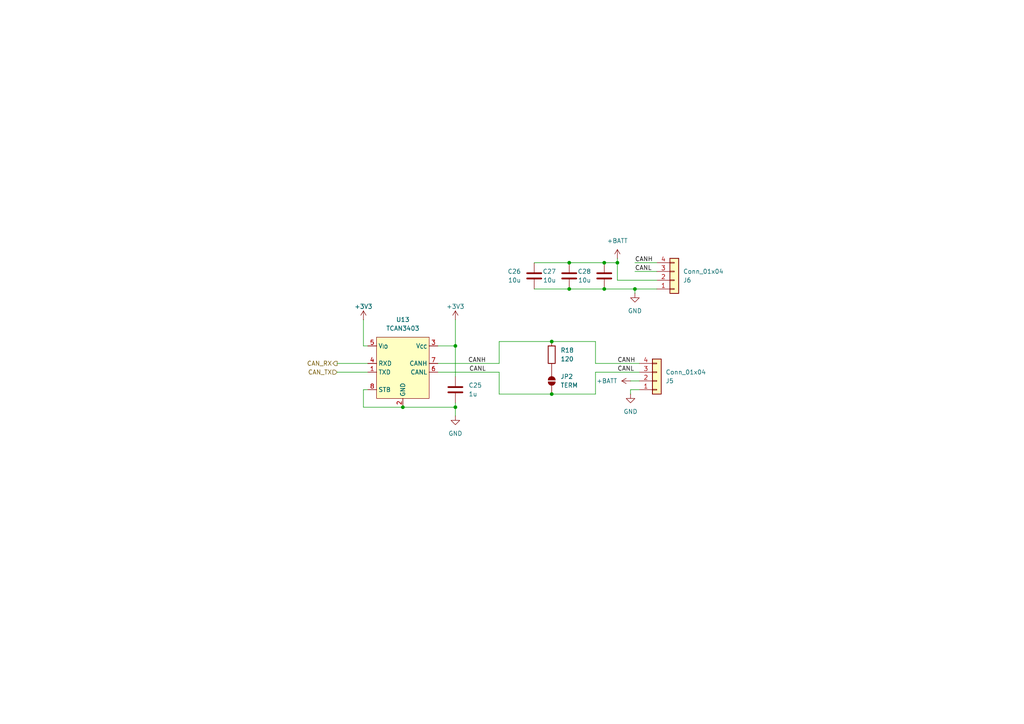
<source format=kicad_sch>
(kicad_sch (version 20250114) (generator "eeschema") (generator_version "9.0")
  (paper "A4")
  (title_block (title "CAN Interface") (date "2025-08-14") (rev "1.0") (company "Savo Bajic") (comment 1 "Pretty basic. eh?"))
  (lib_symbols
    (symbol "Connector_Generic:Conn_01x04" (pin_names (offset 1.016) (hide yes))
      (property "Reference" "J" (at 0 5.08 0))
      (property "Value" "Conn_01x04" (at 0 -7.62 0))
      (symbol "Conn_01x04_1_1"
        (rectangle (start -1.27 3.81) (end 1.27 -6.35) (stroke (width 0.254)) (fill (type background)))
        (rectangle (start -1.27 2.667) (end 0 2.413) (stroke (width 0.1524)))
        (rectangle (start -1.27 0.127) (end 0 -0.127) (stroke (width 0.1524)))
        (rectangle (start -1.27 -2.413) (end 0 -2.667) (stroke (width 0.1524)))
        (rectangle (start -1.27 -4.953) (end 0 -5.207) (stroke (width 0.1524)))
        (pin passive line (at -5.08 2.54 0) (length 3.81) (name "Pin_1") (number "1"))
        (pin passive line (at -5.08 0 0) (length 3.81) (name "Pin_2") (number "2"))
        (pin passive line (at -5.08 -2.54 0) (length 3.81) (name "Pin_3") (number "3"))
        (pin passive line (at -5.08 -5.08 0) (length 3.81) (name "Pin_4") (number "4"))
      )
    )
    (symbol "Device:C" (pin_numbers (hide yes)) (pin_names (offset 0.254))
      (property "Reference" "C" (at 0.635 2.54 0))
      (property "Value" "C" (at 0.635 -2.54 0))
      (symbol "C_0_1"
        (polyline (pts (xy -2.032 0.762) (xy 2.032 0.762)) (stroke (width 0.508)))
        (polyline (pts (xy -2.032 -0.762) (xy 2.032 -0.762)) (stroke (width 0.508)))
      )
      (symbol "C_1_1"
        (pin passive line (at 0 3.81 270) (length 2.794) (name "~") (number "1"))
        (pin passive line (at 0 -3.81 90) (length 2.794) (name "~") (number "2"))
      )
    )
    (symbol "Device:R" (pin_numbers (hide yes)) (pin_names (offset 0))
      (property "Reference" "R" (at 2.032 0 90))
      (property "Value" "R" (at 0 0 90))
      (symbol "R_0_1"
        (rectangle (start -1.016 -2.54) (end 1.016 2.54) (stroke (width 0.254)))
      )
      (symbol "R_1_1"
        (pin passive line (at 0 3.81 270) (length 1.27) (name "~") (number "1"))
        (pin passive line (at 0 -3.81 90) (length 1.27) (name "~") (number "2"))
      )
    )
    (symbol "Jumper:SolderJumper_2_Open" (pin_numbers (hide yes)) (pin_names (offset 0) (hide yes)) (exclude_from_sim yes) (in_bom no)
      (property "Reference" "JP" (at 0 2.032 0))
      (property "Value" "SolderJumper_2_Open" (at 0 -2.54 0))
      (symbol "SolderJumper_2_Open_0_1"
        (polyline (pts (xy -0.254 1.016) (xy -0.254 -1.016)))
        (arc (start -0.254 -1.016) (mid -1.2656 0) (end -0.254 1.016))
        (arc (start -0.254 -1.016) (mid -1.2656 0) (end -0.254 1.016) (fill (type outline)))
        (arc (start 0.254 1.016) (mid 1.2656 0) (end 0.254 -1.016))
        (arc (start 0.254 1.016) (mid 1.2656 0) (end 0.254 -1.016) (fill (type outline)))
        (polyline (pts (xy 0.254 1.016) (xy 0.254 -1.016)))
      )
      (symbol "SolderJumper_2_Open_1_1"
        (pin passive line (at -3.81 0 0) (length 2.54) (name "A") (number "1"))
        (pin passive line (at 3.81 0 180) (length 2.54) (name "B") (number "2"))
      )
    )
    (symbol "mb_sensors:TCAN3403"
      (property "Reference" "U" (at 0 12.7 0))
      (property "Value" "TCAN3403" (at 0 10.16 0))
      (symbol "TCAN3403_0_0"
        (pin power_in line (at -10.16 6.35 0) (length 2.54) (name "V_{IO}") (number "5"))
        (pin output line (at -10.16 1.27 0) (length 2.54) (name "RXD") (number "4"))
        (pin input line (at -10.16 -1.27 0) (length 2.54) (name "TXD") (number "1"))
        (pin input line (at -10.16 -6.35 0) (length 2.54) (name "STB") (number "8"))
        (pin power_in line (at 0 -11.43 90) (length 2.54) (name "GND") (number "2"))
        (pin power_in line (at 10.16 6.35 180) (length 2.54) (name "V_{CC}") (number "3"))
        (pin bidirectional line (at 10.16 1.27 180) (length 2.54) (name "CANH") (number "7"))
        (pin bidirectional line (at 10.16 -1.27 180) (length 2.54) (name "CANL") (number "6"))
      )
      (symbol "TCAN3403_1_1"
        (rectangle (start -7.62 8.89) (end 7.62 -8.89) (fill (type background)))
      )
    )
    (symbol "power:+3V3" (power) (pin_numbers (hide yes)) (pin_names (offset 0) (hide yes))
      (property "Value" "+3V3" (at 0 3.556 0))
      (symbol "+3V3_0_1"
        (polyline (pts (xy -0.762 1.27) (xy 0 2.54)))
        (polyline (pts (xy 0 2.54) (xy 0.762 1.27)))
        (polyline (pts (xy 0 0) (xy 0 2.54)))
      )
      (symbol "+3V3_1_1"
        (pin power_in line (at 0 0 90) (length 0) (name "~") (number "1"))
      )
    )
    (symbol "power:+BATT" (power) (pin_numbers (hide yes)) (pin_names (offset 0) (hide yes))
      (property "Value" "+BATT" (at 0 3.556 0))
      (symbol "+BATT_0_1"
        (polyline (pts (xy -0.762 1.27) (xy 0 2.54)))
        (polyline (pts (xy 0 2.54) (xy 0.762 1.27)))
        (polyline (pts (xy 0 0) (xy 0 2.54)))
      )
      (symbol "+BATT_1_1"
        (pin power_in line (at 0 0 90) (length 0) (name "~") (number "1"))
      )
    )
    (symbol "power:GND" (power) (pin_numbers (hide yes)) (pin_names (offset 0) (hide yes))
      (property "Value" "GND" (at 0 -3.81 0))
      (symbol "GND_0_1"
        (polyline (pts (xy 0 0) (xy 0 -1.27) (xy 1.27 -1.27) (xy 0 -2.54) (xy -1.27 -1.27) (xy 0 -1.27)))
      )
      (symbol "GND_1_1"
        (pin power_in line (at 0 0 270) (length 0) (name "~") (number "1"))
      )
    )
  )
  (junction (at 175.26 76.2))
  (junction (at 165.1 76.2))
  (junction (at 184.15 83.82))
  (junction (at 175.26 83.82))
  (junction (at 160.02 114.3))
  (junction (at 116.84 118.11))
  (junction (at 132.08 118.11))
  (junction (at 132.08 100.33))
  (junction (at 160.02 99.06))
  (junction (at 179.07 76.2))
  (junction (at 165.1 83.82))
  (wire (pts (xy 172.72 105.41) (xy 185.42 105.41)))
  (wire (pts (xy 144.78 105.41) (xy 144.78 99.06)))
  (wire (pts (xy 179.07 74.93) (xy 179.07 76.2)))
  (wire (pts (xy 184.15 78.74) (xy 190.5 78.74)))
  (wire (pts (xy 97.79 107.95) (xy 106.68 107.95)))
  (wire (pts (xy 132.08 100.33) (xy 132.08 109.22)))
  (wire (pts (xy 179.07 76.2) (xy 175.26 76.2)))
  (wire (pts (xy 184.15 85.09) (xy 184.15 83.82)))
  (wire (pts (xy 182.88 113.03) (xy 185.42 113.03)))
  (wire (pts (xy 144.78 99.06) (xy 160.02 99.06)))
  (wire (pts (xy 184.15 76.2) (xy 190.5 76.2)))
  (wire (pts (xy 144.78 114.3) (xy 160.02 114.3)))
  (wire (pts (xy 184.15 83.82) (xy 190.5 83.82)))
  (wire (pts (xy 182.88 110.49) (xy 185.42 110.49)))
  (wire (pts (xy 132.08 116.84) (xy 132.08 118.11)))
  (wire (pts (xy 172.72 107.95) (xy 185.42 107.95)))
  (wire (pts (xy 127 107.95) (xy 144.78 107.95)))
  (wire (pts (xy 144.78 114.3) (xy 144.78 107.95)))
  (wire (pts (xy 165.1 76.2) (xy 154.94 76.2)))
  (wire (pts (xy 175.26 76.2) (xy 165.1 76.2)))
  (wire (pts (xy 105.41 118.11) (xy 116.84 118.11)))
  (wire (pts (xy 184.15 83.82) (xy 175.26 83.82)))
  (wire (pts (xy 105.41 113.03) (xy 105.41 118.11)))
  (wire (pts (xy 127 105.41) (xy 144.78 105.41)))
  (wire (pts (xy 132.08 92.71) (xy 132.08 100.33)))
  (wire (pts (xy 172.72 99.06) (xy 172.72 105.41)))
  (wire (pts (xy 175.26 83.82) (xy 165.1 83.82)))
  (wire (pts (xy 172.72 107.95) (xy 172.72 114.3)))
  (wire (pts (xy 172.72 114.3) (xy 160.02 114.3)))
  (wire (pts (xy 97.79 105.41) (xy 106.68 105.41)))
  (wire (pts (xy 165.1 83.82) (xy 154.94 83.82)))
  (wire (pts (xy 105.41 100.33) (xy 106.68 100.33)))
  (wire (pts (xy 160.02 99.06) (xy 172.72 99.06)))
  (wire (pts (xy 105.41 92.71) (xy 105.41 100.33)))
  (wire (pts (xy 182.88 114.3) (xy 182.88 113.03)))
  (wire (pts (xy 132.08 118.11) (xy 116.84 118.11)))
  (wire (pts (xy 105.41 113.03) (xy 106.68 113.03)))
  (wire (pts (xy 179.07 81.28) (xy 190.5 81.28)))
  (wire (pts (xy 132.08 120.65) (xy 132.08 118.11)))
  (wire (pts (xy 179.07 81.28) (xy 179.07 76.2)))
  (wire (pts (xy 127 100.33) (xy 132.08 100.33)))
  (label "CANL" (at 179.07 107.95 0))
  (label "CANL" (at 140.97 107.95 180))
  (label "CANL" (at 184.15 78.74 0))
  (label "CANH" (at 140.97 105.41 180))
  (label "CANH" (at 184.15 76.2 0))
  (label "CANH" (at 179.07 105.41 0))
  (hierarchical_label "CAN_TX" (shape input) (at 97.79 107.95 180))
  (hierarchical_label "CAN_RX" (shape output) (at 97.79 105.41 180))
  (symbol (lib_id "power:+BATT") (at 182.88 110.49 90) (unit 1)
    (property "Reference" "#PWR054" (effects (hide yes)))
    (property "Value" "+BATT" (at 179.07 110.4899 90) (effects (justify left)))
    (property "Description" "Power symbol creates a global label with name \"+BATT\"" (effects (hide yes)))
    (instances (project "wing_module_rev_1" (path "" (reference "#PWR054") (unit 1))) (project "wing_module_rev_1" (path "" (reference "#PWR049") (unit 1))))
  )
  (symbol (lib_id "Connector_Generic:Conn_01x04") (at 190.5 110.49 0) (mirror x) (unit 1)
    (property "Reference" "J5" (at 193.04 110.4901 0) (effects (justify left)))
    (property "Value" "Conn_01x04" (at 193.04 107.9501 0) (effects (justify left)))
    (property "Footprint" "Connector_JST:JST_EH_B4B-EH-A_1x04_P2.50mm_Vertical" (effects (hide yes)))
    (property "Description" "Generic connector, single row, 01x04, script generated (kicad-library-utils/schlib/autogen/connector/)" (effects (hide yes)))
    (property "LCSC" "C160258" (effects (hide yes)))
    (instances (project "wing_module_rev_1" (path "" (reference "J5") (unit 1))) (project "wing_module_rev_1" (path "" (reference "J7") (unit 1))))
  )
  (symbol (lib_id "Device:C") (at 154.94 80.01 0) (mirror y) (unit 1)
    (property "Reference" "C26" (at 151.13 78.7399 0) (effects (justify left)))
    (property "Value" "10u" (at 151.13 81.2799 0) (effects (justify left)))
    (property "Footprint" "Capacitor_SMD:C_0603_1608Metric" (effects (hide yes)))
    (property "Description" "Unpolarized capacitor" (effects (hide yes)))
    (property "LCSC" "C5360828" (effects (hide yes)))
    (instances (project "wing_module_rev_1" (path "" (reference "C26") (unit 1))) (project "wing_module_rev_1" (path "" (reference "C23") (unit 1))))
  )
  (symbol (lib_id "Device:C") (at 175.26 80.01 0) (mirror y) (unit 1)
    (property "Reference" "C28" (at 171.45 78.7399 0) (effects (justify left)))
    (property "Value" "10u" (at 171.45 81.2799 0) (effects (justify left)))
    (property "Footprint" "Capacitor_SMD:C_0603_1608Metric" (effects (hide yes)))
    (property "Description" "Unpolarized capacitor" (effects (hide yes)))
    (property "LCSC" "C5360828" (effects (hide yes)))
    (instances (project "wing_module_rev_1" (path "" (reference "C28") (unit 1))) (project "wing_module_rev_1" (path "" (reference "C25") (unit 1))))
  )
  (symbol (lib_id "Device:C") (at 165.1 80.01 0) (mirror y) (unit 1)
    (property "Reference" "C27" (at 161.29 78.7399 0) (effects (justify left)))
    (property "Value" "10u" (at 161.29 81.2799 0) (effects (justify left)))
    (property "Footprint" "Capacitor_SMD:C_0603_1608Metric" (effects (hide yes)))
    (property "Description" "Unpolarized capacitor" (effects (hide yes)))
    (property "LCSC" "C5360828" (effects (hide yes)))
    (instances (project "wing_module_rev_1" (path "" (reference "C27") (unit 1))) (project "wing_module_rev_1" (path "" (reference "C24") (unit 1))))
  )
  (symbol (lib_id "Device:C") (at 132.08 113.03 0) (unit 1)
    (property "Reference" "C25" (at 135.89 111.7599 0) (effects (justify left)))
    (property "Value" "1u" (at 135.89 114.2999 0) (effects (justify left)))
    (property "Footprint" "Capacitor_SMD:C_0402_1005Metric" (effects (hide yes)))
    (property "Description" "Unpolarized capacitor" (effects (hide yes)))
    (property "LCSC" "C52923" (effects (hide yes)))
    (instances (project "wing_module_rev_1" (path "" (reference "C25") (unit 1))) (project "wing_module_rev_1" (path "" (reference "C22") (unit 1))))
  )
  (symbol (lib_id "Jumper:SolderJumper_2_Open") (at 160.02 110.49 90) (mirror x) (unit 1) (in_bom no)
    (property "Reference" "JP2" (at 162.56 109.2199 90) (effects (justify right)))
    (property "Value" "TERM" (at 162.56 111.7599 90) (effects (justify right)))
    (property "Footprint" "Jumper:SolderJumper-2_P1.3mm_Open_TrianglePad1.0x1.5mm" (effects (hide yes)))
    (property "Description" "Solder Jumper, 2-pole, open" (effects (hide yes)))
    (property "LCSC" "N/A" (effects (hide yes)))
    (instances (project "wing_module_rev_1" (path "" (reference "JP2") (unit 1))) (project "wing_module_rev_1" (path "" (reference "JP6") (unit 1))))
  )
  (symbol (lib_id "power:GND") (at 132.08 120.65 0) (unit 1)
    (property "Reference" "#PWR052" (effects (hide yes)))
    (property "Value" "GND" (at 132.08 125.73 0))
    (property "Description" "Power symbol creates a global label with name \"GND\" , ground" (effects (hide yes)))
    (instances (project "wing_module_rev_1" (path "" (reference "#PWR052") (unit 1))) (project "wing_module_rev_1" (path "" (reference "#PWR047") (unit 1))))
  )
  (symbol (lib_id "power:+3V3") (at 105.41 92.71 0) (unit 1)
    (property "Reference" "#PWR050" (effects (hide yes)))
    (property "Value" "+3V3" (at 105.41 88.9 0))
    (property "Description" "Power symbol creates a global label with name \"+3V3\"" (effects (hide yes)))
    (instances (project "wing_module_rev_1" (path "" (reference "#PWR050") (unit 1))) (project "wing_module_rev_1" (path "" (reference "#PWR045") (unit 1))))
  )
  (symbol (lib_id "Device:R") (at 160.02 102.87 0) (unit 1)
    (property "Reference" "R18" (at 162.56 101.5999 0) (effects (justify left)))
    (property "Value" "120" (at 162.56 104.1399 0) (effects (justify left)))
    (property "Footprint" "Resistor_SMD:R_0402_1005Metric" (effects (hide yes)))
    (property "Description" "Resistor" (effects (hide yes)))
    (property "LCSC" "C25079" (effects (hide yes)))
    (instances (project "wing_module_rev_1" (path "" (reference "R18") (unit 1))) (project "wing_module_rev_1" (path "" (reference "R15") (unit 1))))
  )
  (symbol (lib_id "power:GND") (at 182.88 114.3 0) (unit 1)
    (property "Reference" "#PWR055" (effects (hide yes)))
    (property "Value" "GND" (at 182.88 119.38 0))
    (property "Description" "Power symbol creates a global label with name \"GND\" , ground" (effects (hide yes)))
    (instances (project "wing_module_rev_1" (path "" (reference "#PWR055") (unit 1))) (project "wing_module_rev_1" (path "" (reference "#PWR050") (unit 1))))
  )
  (symbol (lib_id "Connector_Generic:Conn_01x04") (at 195.58 81.28 0) (mirror x) (unit 1)
    (property "Reference" "J6" (at 198.12 81.2801 0) (effects (justify left)))
    (property "Value" "Conn_01x04" (at 198.12 78.7401 0) (effects (justify left)))
    (property "Footprint" "Connector_JST:JST_EH_B4B-EH-A_1x04_P2.50mm_Vertical" (effects (hide yes)))
    (property "Description" "Generic connector, single row, 01x04, script generated (kicad-library-utils/schlib/autogen/connector/)" (effects (hide yes)))
    (property "LCSC" "C160258" (effects (hide yes)))
    (instances (project "wing_module_rev_1" (path "" (reference "J6") (unit 1))) (project "wing_module_rev_1" (path "" (reference "J8") (unit 1))))
  )
  (symbol (lib_id "power:+3V3") (at 132.08 92.71 0) (unit 1)
    (property "Reference" "#PWR051" (effects (hide yes)))
    (property "Value" "+3V3" (at 132.08 88.9 0))
    (property "Description" "Power symbol creates a global label with name \"+3V3\"" (effects (hide yes)))
    (instances (project "wing_module_rev_1" (path "" (reference "#PWR051") (unit 1))) (project "wing_module_rev_1" (path "" (reference "#PWR046") (unit 1))))
  )
  (symbol (lib_id "mb_sensors:TCAN3403") (at 116.84 106.68 0) (unit 1)
    (property "Reference" "U13" (at 116.84 92.71 0))
    (property "Value" "TCAN3403" (at 116.84 95.25 0))
    (property "Footprint" "Package_TO_SOT_SMD:TSOT-23-8" (effects (hide yes)))
    (property "Datasheet" "https://www.ti.com.cn/cn/lit/ds/symlink/tcan3403-q1.pdf" (effects (hide yes)))
    (property "Description" "TCAN340x-Q1 3.3V Automotive CAN FD Transceivers with Standby Mode and ±58V bus Standoff" (effects (hide yes)))
    (property "LCSC" "C35926232" (effects (hide yes)))
    (instances (project "wing_module_rev_1" (path "" (reference "U13") (unit 1))) (project "wing_module_rev_1" (path "" (reference "U6") (unit 1))))
  )
  (symbol (lib_id "power:+BATT") (at 179.07 74.93 0) (unit 1)
    (property "Reference" "#PWR053" (effects (hide yes)))
    (property "Value" "+BATT" (at 179.07 69.85 0))
    (property "Description" "Power symbol creates a global label with name \"+BATT\"" (effects (hide yes)))
    (instances (project "wing_module_rev_1" (path "" (reference "#PWR053") (unit 1))) (project "wing_module_rev_1" (path "" (reference "#PWR048") (unit 1))))
  )
  (symbol (lib_id "power:GND") (at 184.15 85.09 0) (unit 1)
    (property "Reference" "#PWR056" (effects (hide yes)))
    (property "Value" "GND" (at 184.15 90.17 0))
    (property "Description" "Power symbol creates a global label with name \"GND\" , ground" (effects (hide yes)))
    (instances (project "wing_module_rev_1" (path "" (reference "#PWR056") (unit 1))) (project "wing_module_rev_1" (path "" (reference "#PWR051") (unit 1))))
  )
)
</source>
